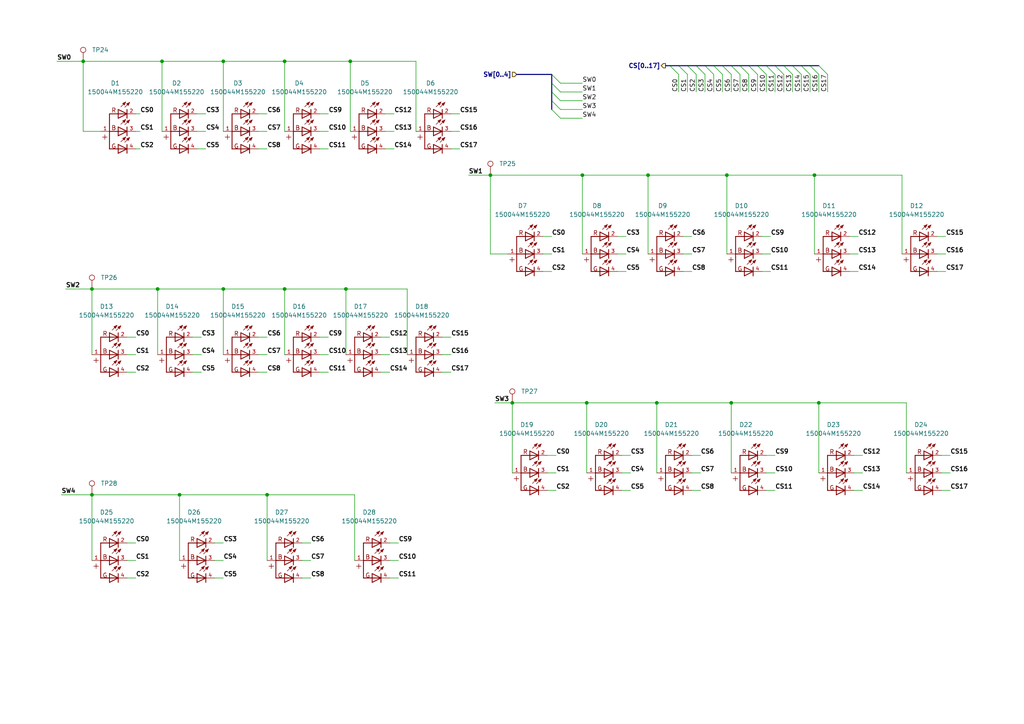
<source format=kicad_sch>
(kicad_sch (version 20250114) (generator "eeschema") (generator_version "9.0")
  (paper "A4")
  (title_block (title "Hourglass") (date "2025-04-23") (rev "01"))
  (lib_symbols
    (symbol "Connector:TestPoint" (pin_numbers (hide yes)) (pin_names (offset 0.762) (hide yes))
      (property "Reference" "TP" (at 0 6.858 0))
      (property "Value" "TestPoint" (at 0 5.08 0))
      (symbol "TestPoint_0_1"
        (circle (center 0 3.302) (radius 0.762))
      )
      (symbol "TestPoint_1_1"
        (pin passive line (at 0 0 90) (length 2.54) (name "1") (number "1"))
      )
    )
    (symbol "Hourglass_symbol_library:150044M155220" (pin_names (offset 1.016))
      (property "Reference" "D" (at 0 9.652 0))
      (property "Value" "150044M155220" (at 0 -8.128 0))
      (symbol "150044M155220_0_0"
        (polyline (pts (xy -2.54 5.08) (xy 0 5.08)) (stroke (width 0.254)))
        (polyline (pts (xy -2.54 0) (xy -2.54 5.08)) (stroke (width 0.254)))
        (polyline (pts (xy -2.54 -5.08) (xy -2.54 0)) (stroke (width 0.254)))
        (polyline (pts (xy 0 5.08) (xy 0 6.35)) (stroke (width 0.254)))
        (polyline (pts (xy 0 3.81) (xy 0 5.08)) (stroke (width 0.254)))
        (polyline (pts (xy 0 3.81) (xy 2.54 5.08)) (stroke (width 0.254)))
        (polyline (pts (xy 0 0) (xy -2.54 0)) (stroke (width 0.254)))
        (polyline (pts (xy 0 0) (xy 0 1.27)) (stroke (width 0.254)))
        (polyline (pts (xy 0 -1.27) (xy 0 0)) (stroke (width 0.254)))
        (polyline (pts (xy 0 -1.27) (xy 2.54 0)) (stroke (width 0.254)))
        (polyline (pts (xy 0 -5.08) (xy -2.54 -5.08)) (stroke (width 0.254)))
        (polyline (pts (xy 0 -5.08) (xy 0 -3.81)) (stroke (width 0.254)))
        (polyline (pts (xy 0 -6.35) (xy 0 -5.08)) (stroke (width 0.254)))
        (polyline (pts (xy 0 -6.35) (xy 2.54 -5.08)) (stroke (width 0.254)))
        (polyline (pts (xy 0.762 7.112) (xy 2.159 8.509)) (stroke (width 0.1524)))
        (polyline (pts (xy 0.762 2.032) (xy 2.159 3.429)) (stroke (width 0.1524)))
        (polyline (pts (xy 0.762 -3.048) (xy 2.159 -1.651)) (stroke (width 0.1524)))
        (polyline (pts (xy 1.905 6.985) (xy 3.302 8.382)) (stroke (width 0.1524)))
        (polyline (pts (xy 1.905 1.905) (xy 3.302 3.302)) (stroke (width 0.1524)))
        (polyline (pts (xy 1.905 -3.175) (xy 3.302 -1.778)) (stroke (width 0.1524)))
        (polyline (pts (xy 2.159 8.509) (xy 1.27 8.128) (xy 1.778 7.62) (xy 2.159 8.509)) (stroke (width 0.1524)) (fill (type outline)))
        (polyline (pts (xy 2.159 3.429) (xy 1.27 3.048) (xy 1.778 2.54) (xy 2.159 3.429)) (stroke (width 0.1524)) (fill (type outline)))
        (polyline (pts (xy 2.159 -1.651) (xy 1.27 -2.032) (xy 1.778 -2.54) (xy 2.159 -1.651)) (stroke (width 0.1524)) (fill (type outline)))
        (polyline (pts (xy 2.54 5.08) (xy 0 6.35)) (stroke (width 0.254)))
        (polyline (pts (xy 2.54 5.08) (xy 0 5.08)) (stroke (width 0.254)))
        (polyline (pts (xy 2.54 5.08) (xy 2.54 6.35)) (stroke (width 0.254)))
        (polyline (pts (xy 2.54 3.81) (xy 2.54 5.08)) (stroke (width 0.254)))
        (polyline (pts (xy 2.54 0) (xy 0 1.27)) (stroke (width 0.254)))
        (polyline (pts (xy 2.54 0) (xy 0 0)) (stroke (width 0.254)))
        (polyline (pts (xy 2.54 0) (xy 2.54 1.27)) (stroke (width 0.254)))
        (polyline (pts (xy 2.54 -1.27) (xy 2.54 0)) (stroke (width 0.254)))
        (polyline (pts (xy 2.54 -5.08) (xy 0 -3.81)) (stroke (width 0.254)))
        (polyline (pts (xy 2.54 -5.08) (xy 0 -5.08)) (stroke (width 0.254)))
        (polyline (pts (xy 2.54 -5.08) (xy 2.54 -3.81)) (stroke (width 0.254)))
        (polyline (pts (xy 2.54 -6.35) (xy 2.54 -5.08)) (stroke (width 0.254)))
        (polyline (pts (xy 3.302 8.382) (xy 2.413 8.001) (xy 2.921 7.493) (xy 3.302 8.382)) (stroke (width 0.1524)) (fill (type outline)))
        (polyline (pts (xy 3.302 3.302) (xy 2.413 2.921) (xy 2.921 2.413) (xy 3.302 3.302)) (stroke (width 0.1524)) (fill (type outline)))
        (polyline (pts (xy 3.302 -1.778) (xy 2.413 -2.159) (xy 2.921 -2.667) (xy 3.302 -1.778)) (stroke (width 0.1524)) (fill (type outline)))
        (text "+" (at -5.08 -1.524 0) (effects (font (size 1.778 1.778)) (justify left)))
        (text "R" (at -2.032 6.096 0) (effects (font (size 1.27 1.27)) (justify left)))
        (text "B" (at -2.032 1.016 0) (effects (font (size 1.27 1.27)) (justify left)))
        (text "G" (at -2.032 -4.318 0) (effects (font (size 1.27 1.27)) (justify left)))
        (pin passive line (at -5.08 0 0) (length 2.54) (name "~") (number "1"))
        (pin passive line (at 5.08 5.08 180) (length 2.54) (name "~") (number "2"))
        (pin passive line (at 5.08 0 180) (length 2.54) (name "~") (number "3"))
        (pin passive line (at 5.08 -5.08 180) (length 2.54) (name "~") (number "4"))
      )
    )
  )
  (junction (at 212.09 116.84))
  (junction (at 45.72 83.82))
  (junction (at 236.22 50.8))
  (junction (at 64.77 17.78))
  (junction (at 82.55 83.82))
  (junction (at 46.99 17.78))
  (junction (at 168.91 50.8))
  (junction (at 77.47 143.51))
  (junction (at 24.13 17.78))
  (junction (at 52.07 143.51))
  (junction (at 82.55 17.78))
  (junction (at 101.6 17.78))
  (junction (at 190.5 116.84))
  (junction (at 100.33 83.82))
  (junction (at 237.49 116.84))
  (junction (at 26.67 143.51))
  (junction (at 170.18 116.84))
  (junction (at 64.77 83.82))
  (junction (at 210.82 50.8))
  (junction (at 26.67 83.82))
  (junction (at 148.59 116.84))
  (junction (at 187.96 50.8))
  (junction (at 142.24 50.8))
  (bus_entry (at 227.33 19.05) (size 2.54 2.54))
  (bus_entry (at 201.93 19.05) (size 2.54 2.54))
  (bus_entry (at 160.02 29.21) (size 2.54 2.54))
  (bus_entry (at 212.09 19.05) (size 2.54 2.54))
  (bus_entry (at 196.85 19.05) (size 2.54 2.54))
  (bus_entry (at 234.95 19.05) (size 2.54 2.54))
  (bus_entry (at 214.63 19.05) (size 2.54 2.54))
  (bus_entry (at 209.55 19.05) (size 2.54 2.54))
  (bus_entry (at 160.02 24.13) (size 2.54 2.54))
  (bus_entry (at 224.79 19.05) (size 2.54 2.54))
  (bus_entry (at 232.41 19.05) (size 2.54 2.54))
  (bus_entry (at 229.87 19.05) (size 2.54 2.54))
  (bus_entry (at 160.02 21.59) (size 2.54 2.54))
  (bus_entry (at 194.31 19.05) (size 2.54 2.54))
  (bus_entry (at 217.17 19.05) (size 2.54 2.54))
  (bus_entry (at 160.02 26.67) (size 2.54 2.54))
  (bus_entry (at 219.71 19.05) (size 2.54 2.54))
  (bus_entry (at 237.49 19.05) (size 2.54 2.54))
  (bus_entry (at 222.25 19.05) (size 2.54 2.54))
  (bus_entry (at 160.02 31.75) (size 2.54 2.54))
  (bus_entry (at 204.47 19.05) (size 2.54 2.54))
  (bus_entry (at 207.01 19.05) (size 2.54 2.54))
  (bus_entry (at 199.39 19.05) (size 2.54 2.54))
  (wire (pts (xy 158.75 142.24) (xy 161.29 142.24)))
  (wire (pts (xy 157.48 73.66) (xy 160.02 73.66)))
  (wire (pts (xy 180.34 142.24) (xy 182.88 142.24)))
  (bus (pts (xy 227.33 19.05) (xy 229.87 19.05)))
  (wire (pts (xy 92.71 33.02) (xy 95.25 33.02)))
  (bus (pts (xy 160.02 29.21) (xy 160.02 31.75)))
  (wire (pts (xy 148.59 116.84) (xy 143.51 116.84)))
  (wire (pts (xy 179.07 73.66) (xy 181.61 73.66)))
  (wire (pts (xy 120.65 38.1) (xy 120.65 17.78)))
  (wire (pts (xy 237.49 137.16) (xy 237.49 116.84)))
  (wire (pts (xy 232.41 21.59) (xy 232.41 26.67)))
  (wire (pts (xy 198.12 68.58) (xy 200.66 68.58)))
  (wire (pts (xy 212.09 137.16) (xy 212.09 116.84)))
  (bus (pts (xy 160.02 21.59) (xy 160.02 24.13)))
  (wire (pts (xy 57.15 33.02) (xy 59.69 33.02)))
  (wire (pts (xy 162.56 29.21) (xy 168.91 29.21)))
  (wire (pts (xy 199.39 21.59) (xy 199.39 26.67)))
  (wire (pts (xy 135.89 50.8) (xy 142.24 50.8)))
  (bus (pts (xy 149.86 21.59) (xy 160.02 21.59)))
  (wire (pts (xy 168.91 50.8) (xy 142.24 50.8)))
  (wire (pts (xy 62.23 157.48) (xy 64.77 157.48)))
  (wire (pts (xy 87.63 167.64) (xy 90.17 167.64)))
  (wire (pts (xy 273.05 132.08) (xy 275.59 132.08)))
  (wire (pts (xy 130.81 33.02) (xy 133.35 33.02)))
  (wire (pts (xy 246.38 78.74) (xy 248.92 78.74)))
  (wire (pts (xy 130.81 38.1) (xy 133.35 38.1)))
  (wire (pts (xy 162.56 31.75) (xy 168.91 31.75)))
  (wire (pts (xy 55.88 97.79) (xy 58.42 97.79)))
  (bus (pts (xy 194.31 19.05) (xy 196.85 19.05)))
  (wire (pts (xy 247.65 142.24) (xy 250.19 142.24)))
  (wire (pts (xy 19.05 83.82) (xy 26.67 83.82)))
  (wire (pts (xy 204.47 21.59) (xy 204.47 26.67)))
  (wire (pts (xy 64.77 17.78) (xy 46.99 17.78)))
  (wire (pts (xy 74.93 38.1) (xy 77.47 38.1)))
  (wire (pts (xy 26.67 143.51) (xy 17.78 143.51)))
  (wire (pts (xy 74.93 102.87) (xy 77.47 102.87)))
  (bus (pts (xy 232.41 19.05) (xy 234.95 19.05)))
  (wire (pts (xy 111.76 38.1) (xy 114.3 38.1)))
  (wire (pts (xy 227.33 21.59) (xy 227.33 26.67)))
  (bus (pts (xy 204.47 19.05) (xy 207.01 19.05)))
  (wire (pts (xy 220.98 68.58) (xy 223.52 68.58)))
  (wire (pts (xy 217.17 21.59) (xy 217.17 26.67)))
  (wire (pts (xy 247.65 132.08) (xy 250.19 132.08)))
  (bus (pts (xy 207.01 19.05) (xy 209.55 19.05)))
  (wire (pts (xy 207.01 21.59) (xy 207.01 26.67)))
  (wire (pts (xy 55.88 102.87) (xy 58.42 102.87)))
  (wire (pts (xy 64.77 83.82) (xy 45.72 83.82)))
  (wire (pts (xy 102.87 162.56) (xy 102.87 143.51)))
  (bus (pts (xy 196.85 19.05) (xy 199.39 19.05)))
  (wire (pts (xy 118.11 83.82) (xy 100.33 83.82)))
  (wire (pts (xy 92.71 43.18) (xy 95.25 43.18)))
  (wire (pts (xy 62.23 162.56) (xy 64.77 162.56)))
  (wire (pts (xy 36.83 102.87) (xy 39.37 102.87)))
  (wire (pts (xy 92.71 102.87) (xy 95.25 102.87)))
  (wire (pts (xy 92.71 38.1) (xy 95.25 38.1)))
  (wire (pts (xy 210.82 50.8) (xy 187.96 50.8)))
  (wire (pts (xy 200.66 137.16) (xy 203.2 137.16)))
  (wire (pts (xy 148.59 116.84) (xy 148.59 137.16)))
  (wire (pts (xy 101.6 17.78) (xy 82.55 17.78)))
  (wire (pts (xy 102.87 143.51) (xy 77.47 143.51)))
  (wire (pts (xy 36.83 107.95) (xy 39.37 107.95)))
  (wire (pts (xy 222.25 142.24) (xy 224.79 142.24)))
  (wire (pts (xy 158.75 137.16) (xy 161.29 137.16)))
  (wire (pts (xy 39.37 38.1) (xy 40.64 38.1)))
  (wire (pts (xy 180.34 132.08) (xy 182.88 132.08)))
  (wire (pts (xy 120.65 17.78) (xy 101.6 17.78)))
  (wire (pts (xy 118.11 102.87) (xy 118.11 83.82)))
  (wire (pts (xy 170.18 116.84) (xy 148.59 116.84)))
  (wire (pts (xy 214.63 21.59) (xy 214.63 26.67)))
  (wire (pts (xy 222.25 132.08) (xy 224.79 132.08)))
  (wire (pts (xy 39.37 43.18) (xy 40.64 43.18)))
  (wire (pts (xy 36.83 97.79) (xy 39.37 97.79)))
  (wire (pts (xy 45.72 102.87) (xy 45.72 83.82)))
  (wire (pts (xy 271.78 73.66) (xy 274.32 73.66)))
  (wire (pts (xy 111.76 33.02) (xy 114.3 33.02)))
  (wire (pts (xy 16.51 17.78) (xy 24.13 17.78)))
  (wire (pts (xy 24.13 38.1) (xy 29.21 38.1)))
  (wire (pts (xy 74.93 33.02) (xy 77.47 33.02)))
  (wire (pts (xy 113.03 167.64) (xy 115.57 167.64)))
  (wire (pts (xy 224.79 21.59) (xy 224.79 26.67)))
  (bus (pts (xy 201.93 19.05) (xy 204.47 19.05)))
  (wire (pts (xy 62.23 167.64) (xy 64.77 167.64)))
  (bus (pts (xy 193.04 19.05) (xy 194.31 19.05)))
  (wire (pts (xy 77.47 143.51) (xy 52.07 143.51)))
  (bus (pts (xy 199.39 19.05) (xy 201.93 19.05)))
  (wire (pts (xy 261.62 50.8) (xy 236.22 50.8)))
  (wire (pts (xy 157.48 68.58) (xy 160.02 68.58)))
  (wire (pts (xy 229.87 21.59) (xy 229.87 26.67)))
  (wire (pts (xy 162.56 34.29) (xy 168.91 34.29)))
  (wire (pts (xy 45.72 83.82) (xy 26.67 83.82)))
  (wire (pts (xy 212.09 116.84) (xy 190.5 116.84)))
  (wire (pts (xy 26.67 83.82) (xy 26.67 102.87)))
  (bus (pts (xy 160.02 26.67) (xy 160.02 29.21)))
  (wire (pts (xy 130.81 43.18) (xy 133.35 43.18)))
  (wire (pts (xy 64.77 102.87) (xy 64.77 83.82)))
  (bus (pts (xy 214.63 19.05) (xy 217.17 19.05)))
  (wire (pts (xy 236.22 73.66) (xy 236.22 50.8)))
  (wire (pts (xy 210.82 73.66) (xy 210.82 50.8)))
  (wire (pts (xy 57.15 38.1) (xy 59.69 38.1)))
  (wire (pts (xy 82.55 38.1) (xy 82.55 17.78)))
  (wire (pts (xy 187.96 50.8) (xy 168.91 50.8)))
  (wire (pts (xy 170.18 137.16) (xy 170.18 116.84)))
  (wire (pts (xy 128.27 102.87) (xy 130.81 102.87)))
  (wire (pts (xy 219.71 21.59) (xy 219.71 26.67)))
  (bus (pts (xy 209.55 19.05) (xy 212.09 19.05)))
  (wire (pts (xy 24.13 17.78) (xy 46.99 17.78)))
  (wire (pts (xy 237.49 21.59) (xy 237.49 26.67)))
  (wire (pts (xy 273.05 142.24) (xy 275.59 142.24)))
  (wire (pts (xy 162.56 26.67) (xy 168.91 26.67)))
  (wire (pts (xy 142.24 73.66) (xy 147.32 73.66)))
  (wire (pts (xy 201.93 21.59) (xy 201.93 26.67)))
  (wire (pts (xy 100.33 102.87) (xy 100.33 83.82)))
  (wire (pts (xy 247.65 137.16) (xy 250.19 137.16)))
  (wire (pts (xy 220.98 73.66) (xy 223.52 73.66)))
  (wire (pts (xy 271.78 78.74) (xy 274.32 78.74)))
  (wire (pts (xy 142.24 50.8) (xy 142.24 73.66)))
  (wire (pts (xy 87.63 157.48) (xy 90.17 157.48)))
  (wire (pts (xy 200.66 132.08) (xy 203.2 132.08)))
  (wire (pts (xy 52.07 143.51) (xy 26.67 143.51)))
  (wire (pts (xy 110.49 107.95) (xy 113.03 107.95)))
  (wire (pts (xy 168.91 73.66) (xy 168.91 50.8)))
  (wire (pts (xy 110.49 97.79) (xy 113.03 97.79)))
  (bus (pts (xy 160.02 24.13) (xy 160.02 26.67)))
  (bus (pts (xy 212.09 19.05) (xy 214.63 19.05)))
  (wire (pts (xy 24.13 38.1) (xy 24.13 17.78)))
  (bus (pts (xy 224.79 19.05) (xy 227.33 19.05)))
  (wire (pts (xy 179.07 68.58) (xy 181.61 68.58)))
  (wire (pts (xy 157.48 78.74) (xy 160.02 78.74)))
  (wire (pts (xy 39.37 33.02) (xy 40.64 33.02)))
  (wire (pts (xy 198.12 78.74) (xy 200.66 78.74)))
  (wire (pts (xy 82.55 83.82) (xy 64.77 83.82)))
  (wire (pts (xy 273.05 137.16) (xy 275.59 137.16)))
  (wire (pts (xy 36.83 157.48) (xy 39.37 157.48)))
  (wire (pts (xy 46.99 38.1) (xy 46.99 17.78)))
  (wire (pts (xy 113.03 157.48) (xy 115.57 157.48)))
  (wire (pts (xy 128.27 97.79) (xy 130.81 97.79)))
  (wire (pts (xy 246.38 68.58) (xy 248.92 68.58)))
  (wire (pts (xy 100.33 83.82) (xy 82.55 83.82)))
  (wire (pts (xy 74.93 107.95) (xy 77.47 107.95)))
  (wire (pts (xy 234.95 21.59) (xy 234.95 26.67)))
  (wire (pts (xy 36.83 167.64) (xy 39.37 167.64)))
  (wire (pts (xy 52.07 162.56) (xy 52.07 143.51)))
  (wire (pts (xy 236.22 50.8) (xy 210.82 50.8)))
  (wire (pts (xy 110.49 102.87) (xy 113.03 102.87)))
  (wire (pts (xy 212.09 21.59) (xy 212.09 26.67)))
  (wire (pts (xy 237.49 116.84) (xy 212.09 116.84)))
  (wire (pts (xy 222.25 21.59) (xy 222.25 26.67)))
  (wire (pts (xy 36.83 162.56) (xy 39.37 162.56)))
  (wire (pts (xy 198.12 73.66) (xy 200.66 73.66)))
  (wire (pts (xy 262.89 116.84) (xy 237.49 116.84)))
  (wire (pts (xy 261.62 73.66) (xy 261.62 50.8)))
  (wire (pts (xy 240.03 21.59) (xy 240.03 26.67)))
  (wire (pts (xy 82.55 17.78) (xy 64.77 17.78)))
  (wire (pts (xy 220.98 78.74) (xy 223.52 78.74)))
  (wire (pts (xy 92.71 97.79) (xy 95.25 97.79)))
  (wire (pts (xy 111.76 43.18) (xy 114.3 43.18)))
  (wire (pts (xy 55.88 107.95) (xy 58.42 107.95)))
  (wire (pts (xy 179.07 78.74) (xy 181.61 78.74)))
  (wire (pts (xy 57.15 43.18) (xy 59.69 43.18)))
  (bus (pts (xy 217.17 19.05) (xy 219.71 19.05)))
  (bus (pts (xy 222.25 19.05) (xy 224.79 19.05)))
  (wire (pts (xy 92.71 107.95) (xy 95.25 107.95)))
  (wire (pts (xy 190.5 116.84) (xy 170.18 116.84)))
  (wire (pts (xy 87.63 162.56) (xy 90.17 162.56)))
  (bus (pts (xy 229.87 19.05) (xy 232.41 19.05)))
  (wire (pts (xy 77.47 162.56) (xy 77.47 143.51)))
  (wire (pts (xy 271.78 68.58) (xy 274.32 68.58)))
  (wire (pts (xy 209.55 21.59) (xy 209.55 26.67)))
  (wire (pts (xy 158.75 132.08) (xy 161.29 132.08)))
  (wire (pts (xy 101.6 38.1) (xy 101.6 17.78)))
  (wire (pts (xy 187.96 73.66) (xy 187.96 50.8)))
  (wire (pts (xy 180.34 137.16) (xy 182.88 137.16)))
  (wire (pts (xy 82.55 102.87) (xy 82.55 83.82)))
  (wire (pts (xy 190.5 137.16) (xy 190.5 116.84)))
  (wire (pts (xy 262.89 137.16) (xy 262.89 116.84)))
  (wire (pts (xy 26.67 162.56) (xy 26.67 143.51)))
  (bus (pts (xy 234.95 19.05) (xy 237.49 19.05)))
  (wire (pts (xy 74.93 97.79) (xy 77.47 97.79)))
  (wire (pts (xy 196.85 21.59) (xy 196.85 26.67)))
  (wire (pts (xy 64.77 38.1) (xy 64.77 17.78)))
  (wire (pts (xy 74.93 43.18) (xy 77.47 43.18)))
  (wire (pts (xy 162.56 24.13) (xy 168.91 24.13)))
  (wire (pts (xy 113.03 162.56) (xy 115.57 162.56)))
  (wire (pts (xy 222.25 137.16) (xy 224.79 137.16)))
  (wire (pts (xy 200.66 142.24) (xy 203.2 142.24)))
  (wire (pts (xy 128.27 107.95) (xy 130.81 107.95)))
  (wire (pts (xy 246.38 73.66) (xy 248.92 73.66)))
  (bus (pts (xy 219.71 19.05) (xy 222.25 19.05)))
  (label "CS10" (at 223.52 73.66 0) (effects (font (thickness 0.254) (bold yes))))
  (label "SW1" (at 168.91 26.67 0))
  (label "CS7" (at 77.47 102.87 0) (effects (font (thickness 0.254) (bold yes))))
  (label "SW3" (at 143.51 116.84 0) (effects (font (thickness 0.254) (bold yes))))
  (label "CS6" (at 77.47 33.02 0) (effects (font (thickness 0.254) (bold yes))))
  (label "CS0" (at 160.02 68.58 0) (effects (font (thickness 0.254) (bold yes))))
  (label "SW4" (at 168.91 34.29 0))
  (label "CS16" (at 274.32 73.66 0) (effects (font (thickness 0.254) (bold yes))))
  (label "CS12" (at 227.33 26.67 90))
  (label "CS10" (at 95.25 102.87 0) (effects (font (thickness 0.254) (bold yes))))
  (label "CS2" (at 40.64 43.18 0) (effects (font (thickness 0.254) (bold yes))))
  (label "CS2" (at 201.93 26.67 90))
  (label "CS9" (at 95.25 97.79 0) (effects (font (thickness 0.254) (bold yes))))
  (label "CS2" (at 39.37 167.64 0) (effects (font (thickness 0.254) (bold yes))))
  (label "SW4" (at 17.78 143.51 0) (effects (font (thickness 0.254) (bold yes))))
  (label "CS8" (at 77.47 43.18 0) (effects (font (thickness 0.254) (bold yes))))
  (label "CS16" (at 237.49 26.67 90))
  (label "CS6" (at 200.66 68.58 0) (effects (font (thickness 0.254) (bold yes))))
  (label "CS12" (at 248.92 68.58 0) (effects (font (thickness 0.254) (bold yes))))
  (label "CS9" (at 115.57 157.48 0) (effects (font (thickness 0.254) (bold yes))))
  (label "SW3" (at 168.91 31.75 0))
  (label "CS8" (at 200.66 78.74 0) (effects (font (thickness 0.254) (bold yes))))
  (label "CS1" (at 160.02 73.66 0) (effects (font (thickness 0.254) (bold yes))))
  (label "CS15" (at 275.59 132.08 0) (effects (font (thickness 0.254) (bold yes))))
  (label "CS8" (at 77.47 107.95 0) (effects (font (thickness 0.254) (bold yes))))
  (label "CS16" (at 275.59 137.16 0) (effects (font (thickness 0.254) (bold yes))))
  (label "CS11" (at 223.52 78.74 0) (effects (font (thickness 0.254) (bold yes))))
  (label "CS4" (at 181.61 73.66 0) (effects (font (thickness 0.254) (bold yes))))
  (label "CS8" (at 217.17 26.67 90))
  (label "CS10" (at 224.79 137.16 0) (effects (font (thickness 0.254) (bold yes))))
  (label "CS4" (at 59.69 38.1 0) (effects (font (thickness 0.254) (bold yes))))
  (label "CS10" (at 222.25 26.67 90))
  (label "CS16" (at 133.35 38.1 0) (effects (font (thickness 0.254) (bold yes))))
  (label "CS15" (at 130.81 97.79 0) (effects (font (thickness 0.254) (bold yes))))
  (label "CS5" (at 64.77 167.64 0) (effects (font (thickness 0.254) (bold yes))))
  (label "CS17" (at 133.35 43.18 0) (effects (font (thickness 0.254) (bold yes))))
  (label "CS1" (at 40.64 38.1 0) (effects (font (thickness 0.254) (bold yes))))
  (label "CS8" (at 203.2 142.24 0) (effects (font (thickness 0.254) (bold yes))))
  (label "CS9" (at 223.52 68.58 0) (effects (font (thickness 0.254) (bold yes))))
  (label "CS14" (at 248.92 78.74 0) (effects (font (thickness 0.254) (bold yes))))
  (label "CS13" (at 113.03 102.87 0) (effects (font (thickness 0.254) (bold yes))))
  (label "CS3" (at 64.77 157.48 0) (effects (font (thickness 0.254) (bold yes))))
  (label "CS14" (at 113.03 107.95 0) (effects (font (thickness 0.254) (bold yes))))
  (label "CS9" (at 95.25 33.02 0) (effects (font (thickness 0.254) (bold yes))))
  (label "CS14" (at 250.19 142.24 0) (effects (font (thickness 0.254) (bold yes))))
  (label "CS6" (at 212.09 26.67 90))
  (label "CS17" (at 274.32 78.74 0) (effects (font (thickness 0.254) (bold yes))))
  (label "CS4" (at 58.42 102.87 0) (effects (font (thickness 0.254) (bold yes))))
  (label "CS6" (at 90.17 157.48 0) (effects (font (thickness 0.254) (bold yes))))
  (label "CS1" (at 161.29 137.16 0) (effects (font (thickness 0.254) (bold yes))))
  (label "CS5" (at 59.69 43.18 0) (effects (font (thickness 0.254) (bold yes))))
  (label "SW0" (at 168.91 24.13 0))
  (label "CS7" (at 90.17 162.56 0) (effects (font (thickness 0.254) (bold yes))))
  (label "CS3" (at 59.69 33.02 0) (effects (font (thickness 0.254) (bold yes))))
  (label "CS13" (at 229.87 26.67 90))
  (label "CS2" (at 39.37 107.95 0) (effects (font (thickness 0.254) (bold yes))))
  (label "SW2" (at 19.05 83.82 0) (effects (font (thickness 0.254) (bold yes))))
  (label "CS0" (at 40.64 33.02 0) (effects (font (thickness 0.254) (bold yes))))
  (label "CS15" (at 234.95 26.67 90))
  (label "CS5" (at 182.88 142.24 0) (effects (font (thickness 0.254) (bold yes))))
  (label "CS7" (at 214.63 26.67 90))
  (label "CS10" (at 95.25 38.1 0) (effects (font (thickness 0.254) (bold yes))))
  (label "CS11" (at 224.79 142.24 0) (effects (font (thickness 0.254) (bold yes))))
  (label "CS2" (at 160.02 78.74 0) (effects (font (thickness 0.254) (bold yes))))
  (label "CS0" (at 39.37 97.79 0) (effects (font (thickness 0.254) (bold yes))))
  (label "CS7" (at 203.2 137.16 0) (effects (font (thickness 0.254) (bold yes))))
  (label "SW2" (at 168.91 29.21 0))
  (label "CS3" (at 204.47 26.67 90))
  (label "CS11" (at 95.25 43.18 0) (effects (font (thickness 0.254) (bold yes))))
  (label "CS6" (at 77.47 97.79 0) (effects (font (thickness 0.254) (bold yes))))
  (label "CS5" (at 58.42 107.95 0) (effects (font (thickness 0.254) (bold yes))))
  (label "SW0" (at 16.51 17.78 0) (effects (font (thickness 0.254) (bold yes))))
  (label "CS1" (at 39.37 162.56 0) (effects (font (thickness 0.254) (bold yes))))
  (label "CS2" (at 161.29 142.24 0) (effects (font (thickness 0.254) (bold yes))))
  (label "CS1" (at 199.39 26.67 90))
  (label "CS17" (at 130.81 107.95 0) (effects (font (thickness 0.254) (bold yes))))
  (label "CS1" (at 39.37 102.87 0) (effects (font (thickness 0.254) (bold yes))))
  (label "CS17" (at 240.03 26.67 90))
  (label "SW1" (at 135.89 50.8 0) (effects (font (thickness 0.254) (bold yes))))
  (label "CS0" (at 161.29 132.08 0) (effects (font (thickness 0.254) (bold yes))))
  (label "CS14" (at 114.3 43.18 0) (effects (font (thickness 0.254) (bold yes))))
  (label "CS10" (at 115.57 162.56 0) (effects (font (thickness 0.254) (bold yes))))
  (label "CS15" (at 274.32 68.58 0) (effects (font (thickness 0.254) (bold yes))))
  (label "CS5" (at 181.61 78.74 0) (effects (font (thickness 0.254) (bold yes))))
  (label "CS9" (at 219.71 26.67 90))
  (label "CS3" (at 181.61 68.58 0) (effects (font (thickness 0.254) (bold yes))))
  (label "CS16" (at 130.81 102.87 0) (effects (font (thickness 0.254) (bold yes))))
  (label "CS11" (at 95.25 107.95 0) (effects (font (thickness 0.254) (bold yes))))
  (label "CS4" (at 64.77 162.56 0) (effects (font (thickness 0.254) (bold yes))))
  (label "CS6" (at 203.2 132.08 0) (effects (font (thickness 0.254) (bold yes))))
  (label "CS3" (at 58.42 97.79 0) (effects (font (thickness 0.254) (bold yes))))
  (label "CS3" (at 182.88 132.08 0) (effects (font (thickness 0.254) (bold yes))))
  (label "CS9" (at 224.79 132.08 0) (effects (font (thickness 0.254) (bold yes))))
  (label "CS7" (at 200.66 73.66 0) (effects (font (thickness 0.254) (bold yes))))
  (label "CS15" (at 133.35 33.02 0) (effects (font (thickness 0.254) (bold yes))))
  (label "CS14" (at 232.41 26.67 90))
  (label "CS12" (at 113.03 97.79 0) (effects (font (thickness 0.254) (bold yes))))
  (label "CS13" (at 248.92 73.66 0) (effects (font (thickness 0.254) (bold yes))))
  (label "CS11" (at 224.79 26.67 90))
  (label "CS12" (at 114.3 33.02 0) (effects (font (thickness 0.254) (bold yes))))
  (label "CS4" (at 207.01 26.67 90))
  (label "CS13" (at 250.19 137.16 0) (effects (font (thickness 0.254) (bold yes))))
  (label "CS5" (at 209.55 26.67 90))
  (label "CS8" (at 90.17 167.64 0) (effects (font (thickness 0.254) (bold yes))))
  (label "CS0" (at 39.37 157.48 0) (effects (font (thickness 0.254) (bold yes))))
  (label "CS17" (at 275.59 142.24 0) (effects (font (thickness 0.254) (bold yes))))
  (label "CS13" (at 114.3 38.1 0) (effects (font (thickness 0.254) (bold yes))))
  (label "CS12" (at 250.19 132.08 0) (effects (font (thickness 0.254) (bold yes))))
  (label "CS4" (at 182.88 137.16 0) (effects (font (thickness 0.254) (bold yes))))
  (label "CS7" (at 77.47 38.1 0) (effects (font (thickness 0.254) (bold yes))))
  (label "CS11" (at 115.57 167.64 0) (effects (font (thickness 0.254) (bold yes))))
  (label "CS0" (at 196.85 26.67 90))
  (hierarchical_label "CS[0..17]" (shape output) (at 193.04 19.05 180) (effects (font (thickness 0.254) (bold yes))))
  (hierarchical_label "SW[0..4]" (shape input) (at 149.86 21.59 180) (effects (font (thickness 0.254) (bold yes))))
  (symbol (lib_id "Hourglass_symbol_library:150044M155220") (at 34.29 38.1 0) (unit 1)
    (property "Reference" "D1" (at 33.4391 24.13 0))
    (property "Value" "150044M155220" (at 33.4391 26.67 0))
    (property "Footprint" "Hourglass_footprint_library:150044M155220" (effects (hide yes)))
    (property "Datasheet" "https://www.we-online.com/components/products/datasheet/150044M155220.pdf" (effects (hide yes)))
    (property "Description" "Multi-Color LEDs WL-SFCC 2/3V 120 deg Red, Green and Blue" (effects (hide yes)))
    (property "MF" "Wurth Elektronik" (effects (hide yes)))
    (property "Description_1" "SMT 0404 RGB Typ.(@5mA): 623/525/465 nm; 200/500/110 mcd; 2/3/3 V ; 120°" (effects (hide yes)))
    (property "Package" "None" (effects (hide yes)))
    (property "Price" "None" (effects (hide yes)))
    (property "SnapEDA_Link" "https://www.snapeda.com/parts/150044M155220/Wurth+Electronics/view-part/?ref=snap" (effects (hide yes)))
    (property "MP" "150044M155220" (effects (hide yes)))
    (property "Availability" "Not in stock" (effects (hide yes)))
    (property "Check_prices" "https://www.snapeda.com/parts/150044M155220/Wurth+Electronics/view-part/?ref=eda" (effects (hide yes)))
  )
  (symbol (lib_id "Hourglass_symbol_library:150044M155220") (at 173.99 73.66 0) (unit 1)
    (property "Reference" "D8" (at 173.1391 59.69 0))
    (property "Value" "150044M155220" (at 173.1391 62.23 0))
    (property "Footprint" "Hourglass_footprint_library:150044M155220" (effects (hide yes)))
    (property "Description" "Multi-Color LEDs WL-SFCC 2/3V 120 deg Red, Green and Blue" (effects (hide yes)))
    (property "MF" "Wurth Elektronik" (effects (hide yes)))
    (property "Description_1" "SMT 0404 RGB Typ.(@5mA): 623/525/465 nm; 200/500/110 mcd; 2/3/3 V ; 120°" (effects (hide yes)))
    (property "Package" "None" (effects (hide yes)))
    (property "Price" "None" (effects (hide yes)))
    (property "SnapEDA_Link" "https://www.snapeda.com/parts/150044M155220/Wurth+Electronics/view-part/?ref=snap" (effects (hide yes)))
    (property "MP" "150044M155220" (effects (hide yes)))
    (property "Availability" "Not in stock" (effects (hide yes)))
    (property "Check_prices" "https://www.snapeda.com/parts/150044M155220/Wurth+Electronics/view-part/?ref=eda" (effects (hide yes)))
  )
  (symbol (lib_id "Hourglass_symbol_library:150044M155220") (at 31.75 102.87 0) (unit 1)
    (property "Reference" "D13" (at 30.8991 88.9 0))
    (property "Value" "150044M155220" (at 30.8991 91.44 0))
    (property "Footprint" "Hourglass_footprint_library:150044M155220" (effects (hide yes)))
    (property "Description" "Multi-Color LEDs WL-SFCC 2/3V 120 deg Red, Green and Blue" (effects (hide yes)))
    (property "MF" "Wurth Elektronik" (effects (hide yes)))
    (property "Description_1" "SMT 0404 RGB Typ.(@5mA): 623/525/465 nm; 200/500/110 mcd; 2/3/3 V ; 120°" (effects (hide yes)))
    (property "Package" "None" (effects (hide yes)))
    (property "Price" "None" (effects (hide yes)))
    (property "SnapEDA_Link" "https://www.snapeda.com/parts/150044M155220/Wurth+Electronics/view-part/?ref=snap" (effects (hide yes)))
    (property "MP" "150044M155220" (effects (hide yes)))
    (property "Availability" "Not in stock" (effects (hide yes)))
    (property "Check_prices" "https://www.snapeda.com/parts/150044M155220/Wurth+Electronics/view-part/?ref=eda" (effects (hide yes)))
  )
  (symbol (lib_id "Hourglass_symbol_library:150044M155220") (at 82.55 162.56 0) (unit 1)
    (property "Reference" "D27" (at 81.6991 148.59 0))
    (property "Value" "150044M155220" (at 81.6991 151.13 0))
    (property "Footprint" "Hourglass_footprint_library:150044M155220" (effects (hide yes)))
    (property "Description" "Multi-Color LEDs WL-SFCC 2/3V 120 deg Red, Green and Blue" (effects (hide yes)))
    (property "MF" "Wurth Elektronik" (effects (hide yes)))
    (property "Description_1" "SMT 0404 RGB Typ.(@5mA): 623/525/465 nm; 200/500/110 mcd; 2/3/3 V ; 120°" (effects (hide yes)))
    (property "Package" "None" (effects (hide yes)))
    (property "Price" "None" (effects (hide yes)))
    (property "SnapEDA_Link" "https://www.snapeda.com/parts/150044M155220/Wurth+Electronics/view-part/?ref=snap" (effects (hide yes)))
    (property "MP" "150044M155220" (effects (hide yes)))
    (property "Availability" "Not in stock" (effects (hide yes)))
    (property "Check_prices" "https://www.snapeda.com/parts/150044M155220/Wurth+Electronics/view-part/?ref=eda" (effects (hide yes)))
  )
  (symbol (lib_id "Hourglass_symbol_library:150044M155220") (at 123.19 102.87 0) (unit 1)
    (property "Reference" "D18" (at 122.3391 88.9 0))
    (property "Value" "150044M155220" (at 122.3391 91.44 0))
    (property "Footprint" "Hourglass_footprint_library:150044M155220" (effects (hide yes)))
    (property "Description" "Multi-Color LEDs WL-SFCC 2/3V 120 deg Red, Green and Blue" (effects (hide yes)))
    (property "MF" "Wurth Elektronik" (effects (hide yes)))
    (property "Description_1" "SMT 0404 RGB Typ.(@5mA): 623/525/465 nm; 200/500/110 mcd; 2/3/3 V ; 120°" (effects (hide yes)))
    (property "Package" "None" (effects (hide yes)))
    (property "Price" "None" (effects (hide yes)))
    (property "SnapEDA_Link" "https://www.snapeda.com/parts/150044M155220/Wurth+Electronics/view-part/?ref=snap" (effects (hide yes)))
    (property "MP" "150044M155220" (effects (hide yes)))
    (property "Availability" "Not in stock" (effects (hide yes)))
    (property "Check_prices" "https://www.snapeda.com/parts/150044M155220/Wurth+Electronics/view-part/?ref=eda" (effects (hide yes)))
  )
  (symbol (lib_id "Hourglass_symbol_library:150044M155220") (at 106.68 38.1 0) (unit 1)
    (property "Reference" "D5" (at 105.8291 24.13 0))
    (property "Value" "150044M155220" (at 105.8291 26.67 0))
    (property "Footprint" "Hourglass_footprint_library:150044M155220" (effects (hide yes)))
    (property "Description" "Multi-Color LEDs WL-SFCC 2/3V 120 deg Red, Green and Blue" (effects (hide yes)))
    (property "MF" "Wurth Elektronik" (effects (hide yes)))
    (property "Description_1" "SMT 0404 RGB Typ.(@5mA): 623/525/465 nm; 200/500/110 mcd; 2/3/3 V ; 120°" (effects (hide yes)))
    (property "Package" "None" (effects (hide yes)))
    (property "Price" "None" (effects (hide yes)))
    (property "SnapEDA_Link" "https://www.snapeda.com/parts/150044M155220/Wurth+Electronics/view-part/?ref=snap" (effects (hide yes)))
    (property "MP" "150044M155220" (effects (hide yes)))
    (property "Availability" "Not in stock" (effects (hide yes)))
    (property "Check_prices" "https://www.snapeda.com/parts/150044M155220/Wurth+Electronics/view-part/?ref=eda" (effects (hide yes)))
  )
  (symbol (lib_id "Connector:TestPoint") (at 148.59 116.84 0) (unit 1)
    (property "Reference" "TP27" (at 151.13 113.5379 0) (effects (justify left)))
    (property "Value" "TestPoint" (effects (hide yes)))
    (property "Footprint" "TestPoint:TestPoint_Pad_D1.0mm" (effects (hide yes)))
    (property "Description" "test point" (effects (hide yes)))
  )
  (symbol (lib_id "Hourglass_symbol_library:150044M155220") (at 175.26 137.16 0) (unit 1)
    (property "Reference" "D20" (at 174.4091 123.19 0))
    (property "Value" "150044M155220" (at 174.4091 125.73 0))
    (property "Footprint" "Hourglass_footprint_library:150044M155220" (effects (hide yes)))
    (property "Description" "Multi-Color LEDs WL-SFCC 2/3V 120 deg Red, Green and Blue" (effects (hide yes)))
    (property "MF" "Wurth Elektronik" (effects (hide yes)))
    (property "Description_1" "SMT 0404 RGB Typ.(@5mA): 623/525/465 nm; 200/500/110 mcd; 2/3/3 V ; 120°" (effects (hide yes)))
    (property "Package" "None" (effects (hide yes)))
    (property "Price" "None" (effects (hide yes)))
    (property "SnapEDA_Link" "https://www.snapeda.com/parts/150044M155220/Wurth+Electronics/view-part/?ref=snap" (effects (hide yes)))
    (property "MP" "150044M155220" (effects (hide yes)))
    (property "Availability" "Not in stock" (effects (hide yes)))
    (property "Check_prices" "https://www.snapeda.com/parts/150044M155220/Wurth+Electronics/view-part/?ref=eda" (effects (hide yes)))
  )
  (symbol (lib_id "Hourglass_symbol_library:150044M155220") (at 87.63 38.1 0) (unit 1)
    (property "Reference" "D4" (at 86.7791 24.13 0))
    (property "Value" "150044M155220" (at 86.7791 26.67 0))
    (property "Footprint" "Hourglass_footprint_library:150044M155220" (effects (hide yes)))
    (property "Description" "Multi-Color LEDs WL-SFCC 2/3V 120 deg Red, Green and Blue" (effects (hide yes)))
    (property "MF" "Wurth Elektronik" (effects (hide yes)))
    (property "Description_1" "SMT 0404 RGB Typ.(@5mA): 623/525/465 nm; 200/500/110 mcd; 2/3/3 V ; 120°" (effects (hide yes)))
    (property "Package" "None" (effects (hide yes)))
    (property "Price" "None" (effects (hide yes)))
    (property "SnapEDA_Link" "https://www.snapeda.com/parts/150044M155220/Wurth+Electronics/view-part/?ref=snap" (effects (hide yes)))
    (property "MP" "150044M155220" (effects (hide yes)))
    (property "Availability" "Not in stock" (effects (hide yes)))
    (property "Check_prices" "https://www.snapeda.com/parts/150044M155220/Wurth+Electronics/view-part/?ref=eda" (effects (hide yes)))
  )
  (symbol (lib_id "Connector:TestPoint") (at 26.67 83.82 0) (unit 1)
    (property "Reference" "TP26" (at 29.21 80.5179 0) (effects (justify left)))
    (property "Value" "TestPoint" (effects (hide yes)))
    (property "Footprint" "TestPoint:TestPoint_Pad_D1.0mm" (effects (hide yes)))
    (property "Description" "test point" (effects (hide yes)))
  )
  (symbol (lib_id "Hourglass_symbol_library:150044M155220") (at 57.15 162.56 0) (unit 1)
    (property "Reference" "D26" (at 56.2991 148.59 0))
    (property "Value" "150044M155220" (at 56.2991 151.13 0))
    (property "Footprint" "Hourglass_footprint_library:150044M155220" (effects (hide yes)))
    (property "Description" "Multi-Color LEDs WL-SFCC 2/3V 120 deg Red, Green and Blue" (effects (hide yes)))
    (property "MF" "Wurth Elektronik" (effects (hide yes)))
    (property "Description_1" "SMT 0404 RGB Typ.(@5mA): 623/525/465 nm; 200/500/110 mcd; 2/3/3 V ; 120°" (effects (hide yes)))
    (property "Package" "None" (effects (hide yes)))
    (property "Price" "None" (effects (hide yes)))
    (property "SnapEDA_Link" "https://www.snapeda.com/parts/150044M155220/Wurth+Electronics/view-part/?ref=snap" (effects (hide yes)))
    (property "MP" "150044M155220" (effects (hide yes)))
    (property "Availability" "Not in stock" (effects (hide yes)))
    (property "Check_prices" "https://www.snapeda.com/parts/150044M155220/Wurth+Electronics/view-part/?ref=eda" (effects (hide yes)))
  )
  (symbol (lib_id "Hourglass_symbol_library:150044M155220") (at 125.73 38.1 0) (unit 1)
    (property "Reference" "D6" (at 124.8791 24.13 0))
    (property "Value" "150044M155220" (at 124.8791 26.67 0))
    (property "Footprint" "Hourglass_footprint_library:150044M155220" (effects (hide yes)))
    (property "Description" "Multi-Color LEDs WL-SFCC 2/3V 120 deg Red, Green and Blue" (effects (hide yes)))
    (property "MF" "Wurth Elektronik" (effects (hide yes)))
    (property "Description_1" "SMT 0404 RGB Typ.(@5mA): 623/525/465 nm; 200/500/110 mcd; 2/3/3 V ; 120°" (effects (hide yes)))
    (property "Package" "None" (effects (hide yes)))
    (property "Price" "None" (effects (hide yes)))
    (property "SnapEDA_Link" "https://www.snapeda.com/parts/150044M155220/Wurth+Electronics/view-part/?ref=snap" (effects (hide yes)))
    (property "MP" "150044M155220" (effects (hide yes)))
    (property "Availability" "Not in stock" (effects (hide yes)))
    (property "Check_prices" "https://www.snapeda.com/parts/150044M155220/Wurth+Electronics/view-part/?ref=eda" (effects (hide yes)))
  )
  (symbol (lib_id "Hourglass_symbol_library:150044M155220") (at 242.57 137.16 0) (unit 1)
    (property "Reference" "D23" (at 241.7191 123.19 0))
    (property "Value" "150044M155220" (at 241.7191 125.73 0))
    (property "Footprint" "Hourglass_footprint_library:150044M155220" (effects (hide yes)))
    (property "Description" "Multi-Color LEDs WL-SFCC 2/3V 120 deg Red, Green and Blue" (effects (hide yes)))
    (property "MF" "Wurth Elektronik" (effects (hide yes)))
    (property "Description_1" "SMT 0404 RGB Typ.(@5mA): 623/525/465 nm; 200/500/110 mcd; 2/3/3 V ; 120°" (effects (hide yes)))
    (property "Package" "None" (effects (hide yes)))
    (property "Price" "None" (effects (hide yes)))
    (property "SnapEDA_Link" "https://www.snapeda.com/parts/150044M155220/Wurth+Electronics/view-part/?ref=snap" (effects (hide yes)))
    (property "MP" "150044M155220" (effects (hide yes)))
    (property "Availability" "Not in stock" (effects (hide yes)))
    (property "Check_prices" "https://www.snapeda.com/parts/150044M155220/Wurth+Electronics/view-part/?ref=eda" (effects (hide yes)))
  )
  (symbol (lib_id "Connector:TestPoint") (at 24.13 17.78 0) (unit 1)
    (property "Reference" "TP24" (at 26.67 14.4779 0) (effects (justify left)))
    (property "Value" "TestPoint" (effects (hide yes)))
    (property "Footprint" "TestPoint:TestPoint_Pad_D1.0mm" (effects (hide yes)))
    (property "Description" "test point" (effects (hide yes)))
  )
  (symbol (lib_id "Hourglass_symbol_library:150044M155220") (at 52.07 38.1 0) (unit 1)
    (property "Reference" "D2" (at 51.2191 24.13 0))
    (property "Value" "150044M155220" (at 51.2191 26.67 0))
    (property "Footprint" "Hourglass_footprint_library:150044M155220" (effects (hide yes)))
    (property "Description" "Multi-Color LEDs WL-SFCC 2/3V 120 deg Red, Green and Blue" (effects (hide yes)))
    (property "MF" "Wurth Elektronik" (effects (hide yes)))
    (property "Description_1" "SMT 0404 RGB Typ.(@5mA): 623/525/465 nm; 200/500/110 mcd; 2/3/3 V ; 120°" (effects (hide yes)))
    (property "Package" "None" (effects (hide yes)))
    (property "Price" "None" (effects (hide yes)))
    (property "SnapEDA_Link" "https://www.snapeda.com/parts/150044M155220/Wurth+Electronics/view-part/?ref=snap" (effects (hide yes)))
    (property "MP" "150044M155220" (effects (hide yes)))
    (property "Availability" "Not in stock" (effects (hide yes)))
    (property "Check_prices" "https://www.snapeda.com/parts/150044M155220/Wurth+Electronics/view-part/?ref=eda" (effects (hide yes)))
  )
  (symbol (lib_id "Hourglass_symbol_library:150044M155220") (at 152.4 73.66 0) (unit 1)
    (property "Reference" "D7" (at 151.5491 59.69 0))
    (property "Value" "150044M155220" (at 151.5491 62.23 0))
    (property "Footprint" "Hourglass_footprint_library:150044M155220" (effects (hide yes)))
    (property "Description" "Multi-Color LEDs WL-SFCC 2/3V 120 deg Red, Green and Blue" (effects (hide yes)))
    (property "MF" "Wurth Elektronik" (effects (hide yes)))
    (property "Description_1" "SMT 0404 RGB Typ.(@5mA): 623/525/465 nm; 200/500/110 mcd; 2/3/3 V ; 120°" (effects (hide yes)))
    (property "Package" "None" (effects (hide yes)))
    (property "Price" "None" (effects (hide yes)))
    (property "SnapEDA_Link" "https://www.snapeda.com/parts/150044M155220/Wurth+Electronics/view-part/?ref=snap" (effects (hide yes)))
    (property "MP" "150044M155220" (effects (hide yes)))
    (property "Availability" "Not in stock" (effects (hide yes)))
    (property "Check_prices" "https://www.snapeda.com/parts/150044M155220/Wurth+Electronics/view-part/?ref=eda" (effects (hide yes)))
  )
  (symbol (lib_id "Connector:TestPoint") (at 142.24 50.8 0) (unit 1)
    (property "Reference" "TP25" (at 144.78 47.4979 0) (effects (justify left)))
    (property "Value" "TestPoint" (effects (hide yes)))
    (property "Footprint" "TestPoint:TestPoint_Pad_D1.0mm" (effects (hide yes)))
    (property "Description" "test point" (effects (hide yes)))
  )
  (symbol (lib_id "Hourglass_symbol_library:150044M155220") (at 69.85 102.87 0) (unit 1)
    (property "Reference" "D15" (at 68.9991 88.9 0))
    (property "Value" "150044M155220" (at 68.9991 91.44 0))
    (property "Footprint" "Hourglass_footprint_library:150044M155220" (effects (hide yes)))
    (property "Description" "Multi-Color LEDs WL-SFCC 2/3V 120 deg Red, Green and Blue" (effects (hide yes)))
    (property "MF" "Wurth Elektronik" (effects (hide yes)))
    (property "Description_1" "SMT 0404 RGB Typ.(@5mA): 623/525/465 nm; 200/500/110 mcd; 2/3/3 V ; 120°" (effects (hide yes)))
    (property "Package" "None" (effects (hide yes)))
    (property "Price" "None" (effects (hide yes)))
    (property "SnapEDA_Link" "https://www.snapeda.com/parts/150044M155220/Wurth+Electronics/view-part/?ref=snap" (effects (hide yes)))
    (property "MP" "150044M155220" (effects (hide yes)))
    (property "Availability" "Not in stock" (effects (hide yes)))
    (property "Check_prices" "https://www.snapeda.com/parts/150044M155220/Wurth+Electronics/view-part/?ref=eda" (effects (hide yes)))
  )
  (symbol (lib_id "Hourglass_symbol_library:150044M155220") (at 217.17 137.16 0) (unit 1)
    (property "Reference" "D22" (at 216.3191 123.19 0))
    (property "Value" "150044M155220" (at 216.3191 125.73 0))
    (property "Footprint" "Hourglass_footprint_library:150044M155220" (effects (hide yes)))
    (property "Description" "Multi-Color LEDs WL-SFCC 2/3V 120 deg Red, Green and Blue" (effects (hide yes)))
    (property "MF" "Wurth Elektronik" (effects (hide yes)))
    (property "Description_1" "SMT 0404 RGB Typ.(@5mA): 623/525/465 nm; 200/500/110 mcd; 2/3/3 V ; 120°" (effects (hide yes)))
    (property "Package" "None" (effects (hide yes)))
    (property "Price" "None" (effects (hide yes)))
    (property "SnapEDA_Link" "https://www.snapeda.com/parts/150044M155220/Wurth+Electronics/view-part/?ref=snap" (effects (hide yes)))
    (property "MP" "150044M155220" (effects (hide yes)))
    (property "Availability" "Not in stock" (effects (hide yes)))
    (property "Check_prices" "https://www.snapeda.com/parts/150044M155220/Wurth+Electronics/view-part/?ref=eda" (effects (hide yes)))
  )
  (symbol (lib_id "Hourglass_symbol_library:150044M155220") (at 107.95 162.56 0) (unit 1)
    (property "Reference" "D28" (at 107.0991 148.59 0))
    (property "Value" "150044M155220" (at 107.0991 151.13 0))
    (property "Footprint" "Hourglass_footprint_library:150044M155220" (effects (hide yes)))
    (property "Description" "Multi-Color LEDs WL-SFCC 2/3V 120 deg Red, Green and Blue" (effects (hide yes)))
    (property "MF" "Wurth Elektronik" (effects (hide yes)))
    (property "Description_1" "SMT 0404 RGB Typ.(@5mA): 623/525/465 nm; 200/500/110 mcd; 2/3/3 V ; 120°" (effects (hide yes)))
    (property "Package" "None" (effects (hide yes)))
    (property "Price" "None" (effects (hide yes)))
    (property "SnapEDA_Link" "https://www.snapeda.com/parts/150044M155220/Wurth+Electronics/view-part/?ref=snap" (effects (hide yes)))
    (property "MP" "150044M155220" (effects (hide yes)))
    (property "Availability" "Not in stock" (effects (hide yes)))
    (property "Check_prices" "https://www.snapeda.com/parts/150044M155220/Wurth+Electronics/view-part/?ref=eda" (effects (hide yes)))
  )
  (symbol (lib_id "Hourglass_symbol_library:150044M155220") (at 50.8 102.87 0) (unit 1)
    (property "Reference" "D14" (at 49.9491 88.9 0))
    (property "Value" "150044M155220" (at 49.9491 91.44 0))
    (property "Footprint" "Hourglass_footprint_library:150044M155220" (effects (hide yes)))
    (property "Description" "Multi-Color LEDs WL-SFCC 2/3V 120 deg Red, Green and Blue" (effects (hide yes)))
    (property "MF" "Wurth Elektronik" (effects (hide yes)))
    (property "Description_1" "SMT 0404 RGB Typ.(@5mA): 623/525/465 nm; 200/500/110 mcd; 2/3/3 V ; 120°" (effects (hide yes)))
    (property "Package" "None" (effects (hide yes)))
    (property "Price" "None" (effects (hide yes)))
    (property "SnapEDA_Link" "https://www.snapeda.com/parts/150044M155220/Wurth+Electronics/view-part/?ref=snap" (effects (hide yes)))
    (property "MP" "150044M155220" (effects (hide yes)))
    (property "Availability" "Not in stock" (effects (hide yes)))
    (property "Check_prices" "https://www.snapeda.com/parts/150044M155220/Wurth+Electronics/view-part/?ref=eda" (effects (hide yes)))
  )
  (symbol (lib_id "Hourglass_symbol_library:150044M155220") (at 266.7 73.66 0) (unit 1)
    (property "Reference" "D12" (at 265.8491 59.69 0))
    (property "Value" "150044M155220" (at 265.8491 62.23 0))
    (property "Footprint" "Hourglass_footprint_library:150044M155220" (effects (hide yes)))
    (property "Description" "Multi-Color LEDs WL-SFCC 2/3V 120 deg Red, Green and Blue" (effects (hide yes)))
    (property "MF" "Wurth Elektronik" (effects (hide yes)))
    (property "Description_1" "SMT 0404 RGB Typ.(@5mA): 623/525/465 nm; 200/500/110 mcd; 2/3/3 V ; 120°" (effects (hide yes)))
    (property "Package" "None" (effects (hide yes)))
    (property "Price" "None" (effects (hide yes)))
    (property "SnapEDA_Link" "https://www.snapeda.com/parts/150044M155220/Wurth+Electronics/view-part/?ref=snap" (effects (hide yes)))
    (property "MP" "150044M155220" (effects (hide yes)))
    (property "Availability" "Not in stock" (effects (hide yes)))
    (property "Check_prices" "https://www.snapeda.com/parts/150044M155220/Wurth+Electronics/view-part/?ref=eda" (effects (hide yes)))
  )
  (symbol (lib_id "Hourglass_symbol_library:150044M155220") (at 267.97 137.16 0) (unit 1)
    (property "Reference" "D24" (at 267.1191 123.19 0))
    (property "Value" "150044M155220" (at 267.1191 125.73 0))
    (property "Footprint" "Hourglass_footprint_library:150044M155220" (effects (hide yes)))
    (property "Description" "Multi-Color LEDs WL-SFCC 2/3V 120 deg Red, Green and Blue" (effects (hide yes)))
    (property "MF" "Wurth Elektronik" (effects (hide yes)))
    (property "Description_1" "SMT 0404 RGB Typ.(@5mA): 623/525/465 nm; 200/500/110 mcd; 2/3/3 V ; 120°" (effects (hide yes)))
    (property "Package" "None" (effects (hide yes)))
    (property "Price" "None" (effects (hide yes)))
    (property "SnapEDA_Link" "https://www.snapeda.com/parts/150044M155220/Wurth+Electronics/view-part/?ref=snap" (effects (hide yes)))
    (property "MP" "150044M155220" (effects (hide yes)))
    (property "Availability" "Not in stock" (effects (hide yes)))
    (property "Check_prices" "https://www.snapeda.com/parts/150044M155220/Wurth+Electronics/view-part/?ref=eda" (effects (hide yes)))
  )
  (symbol (lib_id "Hourglass_symbol_library:150044M155220") (at 153.67 137.16 0) (unit 1)
    (property "Reference" "D19" (at 152.8191 123.19 0))
    (property "Value" "150044M155220" (at 152.8191 125.73 0))
    (property "Footprint" "Hourglass_footprint_library:150044M155220" (effects (hide yes)))
    (property "Description" "Multi-Color LEDs WL-SFCC 2/3V 120 deg Red, Green and Blue" (effects (hide yes)))
    (property "MF" "Wurth Elektronik" (effects (hide yes)))
    (property "Description_1" "SMT 0404 RGB Typ.(@5mA): 623/525/465 nm; 200/500/110 mcd; 2/3/3 V ; 120°" (effects (hide yes)))
    (property "Package" "None" (effects (hide yes)))
    (property "Price" "None" (effects (hide yes)))
    (property "SnapEDA_Link" "https://www.snapeda.com/parts/150044M155220/Wurth+Electronics/view-part/?ref=snap" (effects (hide yes)))
    (property "MP" "150044M155220" (effects (hide yes)))
    (property "Availability" "Not in stock" (effects (hide yes)))
    (property "Check_prices" "https://www.snapeda.com/parts/150044M155220/Wurth+Electronics/view-part/?ref=eda" (effects (hide yes)))
  )
  (symbol (lib_id "Connector:TestPoint") (at 26.67 143.51 0) (unit 1)
    (property "Reference" "TP28" (at 29.21 140.2079 0) (effects (justify left)))
    (property "Value" "TestPoint" (effects (hide yes)))
    (property "Footprint" "TestPoint:TestPoint_Pad_D1.0mm" (effects (hide yes)))
    (property "Description" "test point" (effects (hide yes)))
  )
  (symbol (lib_id "Hourglass_symbol_library:150044M155220") (at 69.85 38.1 0) (unit 1)
    (property "Reference" "D3" (at 68.9991 24.13 0))
    (property "Value" "150044M155220" (at 68.9991 26.67 0))
    (property "Footprint" "Hourglass_footprint_library:150044M155220" (effects (hide yes)))
    (property "Description" "Multi-Color LEDs WL-SFCC 2/3V 120 deg Red, Green and Blue" (effects (hide yes)))
    (property "MF" "Wurth Elektronik" (effects (hide yes)))
    (property "Description_1" "SMT 0404 RGB Typ.(@5mA): 623/525/465 nm; 200/500/110 mcd; 2/3/3 V ; 120°" (effects (hide yes)))
    (property "Package" "None" (effects (hide yes)))
    (property "Price" "None" (effects (hide yes)))
    (property "SnapEDA_Link" "https://www.snapeda.com/parts/150044M155220/Wurth+Electronics/view-part/?ref=snap" (effects (hide yes)))
    (property "MP" "150044M155220" (effects (hide yes)))
    (property "Availability" "Not in stock" (effects (hide yes)))
    (property "Check_prices" "https://www.snapeda.com/parts/150044M155220/Wurth+Electronics/view-part/?ref=eda" (effects (hide yes)))
  )
  (symbol (lib_id "Hourglass_symbol_library:150044M155220") (at 105.41 102.87 0) (unit 1)
    (property "Reference" "D17" (at 104.5591 88.9 0))
    (property "Value" "150044M155220" (at 104.5591 91.44 0))
    (property "Footprint" "Hourglass_footprint_library:150044M155220" (effects (hide yes)))
    (property "Description" "Multi-Color LEDs WL-SFCC 2/3V 120 deg Red, Green and Blue" (effects (hide yes)))
    (property "MF" "Wurth Elektronik" (effects (hide yes)))
    (property "Description_1" "SMT 0404 RGB Typ.(@5mA): 623/525/465 nm; 200/500/110 mcd; 2/3/3 V ; 120°" (effects (hide yes)))
    (property "Package" "None" (effects (hide yes)))
    (property "Price" "None" (effects (hide yes)))
    (property "SnapEDA_Link" "https://www.snapeda.com/parts/150044M155220/Wurth+Electronics/view-part/?ref=snap" (effects (hide yes)))
    (property "MP" "150044M155220" (effects (hide yes)))
    (property "Availability" "Not in stock" (effects (hide yes)))
    (property "Check_prices" "https://www.snapeda.com/parts/150044M155220/Wurth+Electronics/view-part/?ref=eda" (effects (hide yes)))
  )
  (symbol (lib_id "Hourglass_symbol_library:150044M155220") (at 193.04 73.66 0) (unit 1)
    (property "Reference" "D9" (at 192.1891 59.69 0))
    (property "Value" "150044M155220" (at 192.1891 62.23 0))
    (property "Footprint" "Hourglass_footprint_library:150044M155220" (effects (hide yes)))
    (property "Description" "Multi-Color LEDs WL-SFCC 2/3V 120 deg Red, Green and Blue" (effects (hide yes)))
    (property "MF" "Wurth Elektronik" (effects (hide yes)))
    (property "Description_1" "SMT 0404 RGB Typ.(@5mA): 623/525/465 nm; 200/500/110 mcd; 2/3/3 V ; 120°" (effects (hide yes)))
    (property "Package" "None" (effects (hide yes)))
    (property "Price" "None" (effects (hide yes)))
    (property "SnapEDA_Link" "https://www.snapeda.com/parts/150044M155220/Wurth+Electronics/view-part/?ref=snap" (effects (hide yes)))
    (property "MP" "150044M155220" (effects (hide yes)))
    (property "Availability" "Not in stock" (effects (hide yes)))
    (property "Check_prices" "https://www.snapeda.com/parts/150044M155220/Wurth+Electronics/view-part/?ref=eda" (effects (hide yes)))
  )
  (symbol (lib_id "Hourglass_symbol_library:150044M155220") (at 87.63 102.87 0) (unit 1)
    (property "Reference" "D16" (at 86.7791 88.9 0))
    (property "Value" "150044M155220" (at 86.7791 91.44 0))
    (property "Footprint" "Hourglass_footprint_library:150044M155220" (effects (hide yes)))
    (property "Description" "Multi-Color LEDs WL-SFCC 2/3V 120 deg Red, Green and Blue" (effects (hide yes)))
    (property "MF" "Wurth Elektronik" (effects (hide yes)))
    (property "Description_1" "SMT 0404 RGB Typ.(@5mA): 623/525/465 nm; 200/500/110 mcd; 2/3/3 V ; 120°" (effects (hide yes)))
    (property "Package" "None" (effects (hide yes)))
    (property "Price" "None" (effects (hide yes)))
    (property "SnapEDA_Link" "https://www.snapeda.com/parts/150044M155220/Wurth+Electronics/view-part/?ref=snap" (effects (hide yes)))
    (property "MP" "150044M155220" (effects (hide yes)))
    (property "Availability" "Not in stock" (effects (hide yes)))
    (property "Check_prices" "https://www.snapeda.com/parts/150044M155220/Wurth+Electronics/view-part/?ref=eda" (effects (hide yes)))
  )
  (symbol (lib_id "Hourglass_symbol_library:150044M155220") (at 31.75 162.56 0) (unit 1)
    (property "Reference" "D25" (at 30.8991 148.59 0))
    (property "Value" "150044M155220" (at 30.8991 151.13 0))
    (property "Footprint" "Hourglass_footprint_library:150044M155220" (effects (hide yes)))
    (property "Description" "Multi-Color LEDs WL-SFCC 2/3V 120 deg Red, Green and Blue" (effects (hide yes)))
    (property "MF" "Wurth Elektronik" (effects (hide yes)))
    (property "Description_1" "SMT 0404 RGB Typ.(@5mA): 623/525/465 nm; 200/500/110 mcd; 2/3/3 V ; 120°" (effects (hide yes)))
    (property "Package" "None" (effects (hide yes)))
    (property "Price" "None" (effects (hide yes)))
    (property "SnapEDA_Link" "https://www.snapeda.com/parts/150044M155220/Wurth+Electronics/view-part/?ref=snap" (effects (hide yes)))
    (property "MP" "150044M155220" (effects (hide yes)))
    (property "Availability" "Not in stock" (effects (hide yes)))
    (property "Check_prices" "https://www.snapeda.com/parts/150044M155220/Wurth+Electronics/view-part/?ref=eda" (effects (hide yes)))
  )
  (symbol (lib_id "Hourglass_symbol_library:150044M155220") (at 241.3 73.66 0) (unit 1)
    (property "Reference" "D11" (at 240.4491 59.69 0))
    (property "Value" "150044M155220" (at 240.4491 62.23 0))
    (property "Footprint" "Hourglass_footprint_library:150044M155220" (effects (hide yes)))
    (property "Description" "Multi-Color LEDs WL-SFCC 2/3V 120 deg Red, Green and Blue" (effects (hide yes)))
    (property "MF" "Wurth Elektronik" (effects (hide yes)))
    (property "Description_1" "SMT 0404 RGB Typ.(@5mA): 623/525/465 nm; 200/500/110 mcd; 2/3/3 V ; 120°" (effects (hide yes)))
    (property "Package" "None" (effects (hide yes)))
    (property "Price" "None" (effects (hide yes)))
    (property "SnapEDA_Link" "https://www.snapeda.com/parts/150044M155220/Wurth+Electronics/view-part/?ref=snap" (effects (hide yes)))
    (property "MP" "150044M155220" (effects (hide yes)))
    (property "Availability" "Not in stock" (effects (hide yes)))
    (property "Check_prices" "https://www.snapeda.com/parts/150044M155220/Wurth+Electronics/view-part/?ref=eda" (effects (hide yes)))
  )
  (symbol (lib_id "Hourglass_symbol_library:150044M155220") (at 195.58 137.16 0) (unit 1)
    (property "Reference" "D21" (at 194.7291 123.19 0))
    (property "Value" "150044M155220" (at 194.7291 125.73 0))
    (property "Footprint" "Hourglass_footprint_library:150044M155220" (effects (hide yes)))
    (property "Description" "Multi-Color LEDs WL-SFCC 2/3V 120 deg Red, Green and Blue" (effects (hide yes)))
    (property "MF" "Wurth Elektronik" (effects (hide yes)))
    (property "Description_1" "SMT 0404 RGB Typ.(@5mA): 623/525/465 nm; 200/500/110 mcd; 2/3/3 V ; 120°" (effects (hide yes)))
    (property "Package" "None" (effects (hide yes)))
    (property "Price" "None" (effects (hide yes)))
    (property "SnapEDA_Link" "https://www.snapeda.com/parts/150044M155220/Wurth+Electronics/view-part/?ref=snap" (effects (hide yes)))
    (property "MP" "150044M155220" (effects (hide yes)))
    (property "Availability" "Not in stock" (effects (hide yes)))
    (property "Check_prices" "https://www.snapeda.com/parts/150044M155220/Wurth+Electronics/view-part/?ref=eda" (effects (hide yes)))
  )
  (symbol (lib_id "Hourglass_symbol_library:150044M155220") (at 215.9 73.66 0) (unit 1)
    (property "Reference" "D10" (at 215.0491 59.69 0))
    (property "Value" "150044M155220" (at 215.0491 62.23 0))
    (property "Footprint" "Hourglass_footprint_library:150044M155220" (effects (hide yes)))
    (property "Description" "Multi-Color LEDs WL-SFCC 2/3V 120 deg Red, Green and Blue" (effects (hide yes)))
    (property "MF" "Wurth Elektronik" (effects (hide yes)))
    (property "Description_1" "SMT 0404 RGB Typ.(@5mA): 623/525/465 nm; 200/500/110 mcd; 2/3/3 V ; 120°" (effects (hide yes)))
    (property "Package" "None" (effects (hide yes)))
    (property "Price" "None" (effects (hide yes)))
    (property "SnapEDA_Link" "https://www.snapeda.com/parts/150044M155220/Wurth+Electronics/view-part/?ref=snap" (effects (hide yes)))
    (property "MP" "150044M155220" (effects (hide yes)))
    (property "Availability" "Not in stock" (effects (hide yes)))
    (property "Check_prices" "https://www.snapeda.com/parts/150044M155220/Wurth+Electronics/view-part/?ref=eda" (effects (hide yes)))
  )
)
</source>
